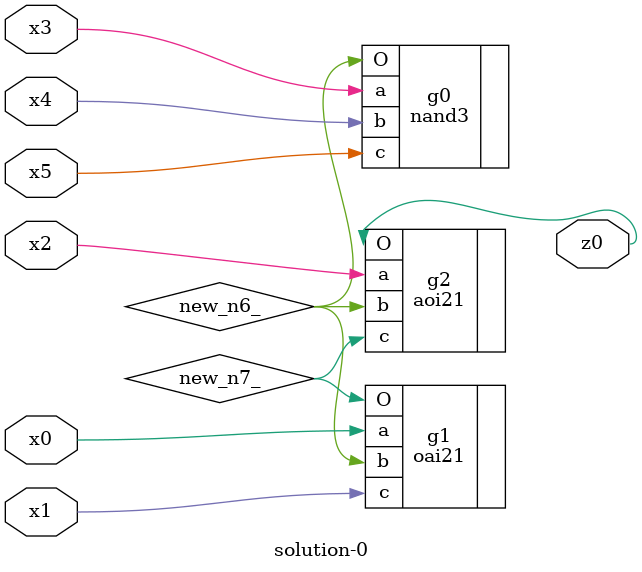
<source format=v>
module \solution-0 (
  x0, x1, x2, x3, x4, x5,
  z0 );
  input x0, x1, x2, x3, x4, x5;
  output z0;
  wire new_n6_, new_n7_;
  nand3  g0(.a(x3), .b(x4), .c(x5), .O(new_n6_));
  oai21  g1(.a(x0), .b(new_n6_), .c(x1), .O(new_n7_));
  aoi21  g2(.a(x2), .b(new_n6_), .c(new_n7_), .O(z0));
endmodule

</source>
